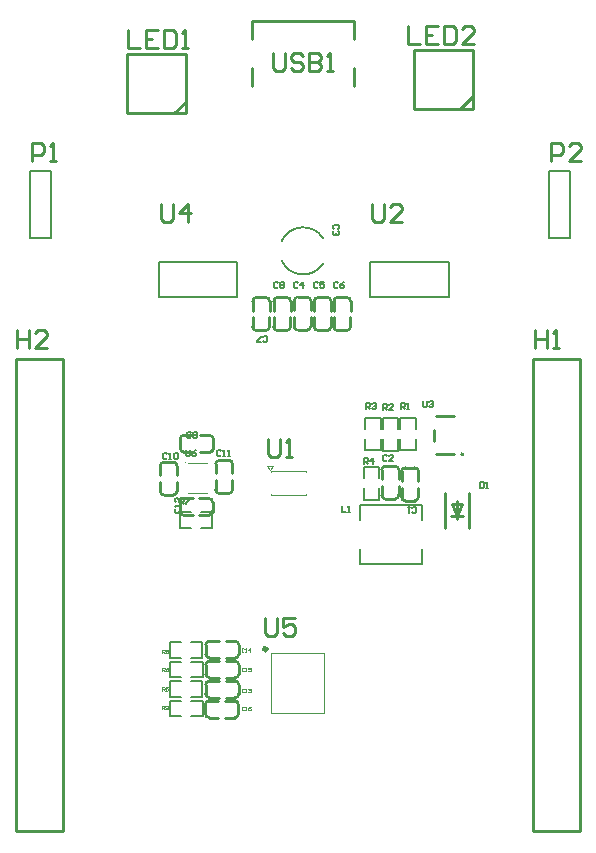
<source format=gbr>
G04*
G04 #@! TF.GenerationSoftware,Altium Limited,Altium Designer,22.4.2 (48)*
G04*
G04 Layer_Color=65535*
%FSLAX25Y25*%
%MOIN*%
G70*
G04*
G04 #@! TF.SameCoordinates,3F43F253-9996-4CA0-957E-582612897B16*
G04*
G04*
G04 #@! TF.FilePolarity,Positive*
G04*
G01*
G75*
%ADD10C,0.01575*%
%ADD11C,0.01000*%
%ADD12C,0.00787*%
%ADD13C,0.00394*%
%ADD14C,0.00600*%
%ADD15C,0.00590*%
%ADD16C,0.00197*%
%ADD17C,0.00500*%
D10*
X192734Y290808D02*
G03*
X192734Y290808I-394J0D01*
G01*
D11*
X182196Y267908D02*
G03*
X183416Y269128I0J1220D01*
G01*
Y272278D02*
G03*
X182196Y273498I-1220J0D01*
G01*
X172410Y269151D02*
G03*
X173629Y267931I1220J-0D01*
G01*
Y273520D02*
G03*
X172410Y272301I0J-1220D01*
G01*
X173723Y280154D02*
G03*
X172503Y278934I0J-1220D01*
G01*
Y275784D02*
G03*
X173723Y274564I1220J-0D01*
G01*
X183509Y278911D02*
G03*
X182289Y280131I-1220J0D01*
G01*
Y274541D02*
G03*
X183509Y275761I0J1220D01*
G01*
X173755Y293398D02*
G03*
X172535Y292178I0J-1220D01*
G01*
Y289029D02*
G03*
X173755Y287809I1220J-0D01*
G01*
X183541Y292155D02*
G03*
X182321Y293375I-1220J0D01*
G01*
Y287786D02*
G03*
X183541Y289006I0J1220D01*
G01*
X173747Y286795D02*
G03*
X172528Y285576I0J-1220D01*
G01*
Y282426D02*
G03*
X173747Y281206I1220J-0D01*
G01*
X183534Y285553D02*
G03*
X182314Y286772I-1220J0D01*
G01*
Y281183D02*
G03*
X183534Y282403I0J1220D01*
G01*
X243408Y350009D02*
G03*
X242188Y351228I-1220J0D01*
G01*
X239038D02*
G03*
X237818Y350009I-0J-1220D01*
G01*
X242165Y340223D02*
G03*
X243385Y341442I0J1220D01*
G01*
X237795D02*
G03*
X239015Y340223I1220J0D01*
G01*
X231205Y342003D02*
G03*
X232424Y340784I1220J0D01*
G01*
X235574D02*
G03*
X236794Y342003I0J1220D01*
G01*
X232447Y351789D02*
G03*
X231227Y350570I-0J-1220D01*
G01*
X236817D02*
G03*
X235597Y351789I-1220J0D01*
G01*
X193795Y406753D02*
G03*
X192576Y407972I-1220J0D01*
G01*
X189426D02*
G03*
X188206Y406753I-0J-1220D01*
G01*
X192553Y396967D02*
G03*
X193772Y398186I0J1220D01*
G01*
X188183D02*
G03*
X189403Y396967I1220J0D01*
G01*
X165019Y341008D02*
G03*
X163799Y339788I0J-1220D01*
G01*
Y336639D02*
G03*
X165019Y335419I1220J-0D01*
G01*
X174805Y339765D02*
G03*
X173585Y340985I-1220J0D01*
G01*
Y335396D02*
G03*
X174805Y336616I0J1220D01*
G01*
X181445Y352465D02*
G03*
X180225Y353685I-1220J0D01*
G01*
X177076D02*
G03*
X175856Y352465I-0J-1220D01*
G01*
X180202Y342679D02*
G03*
X181422Y343899I0J1220D01*
G01*
X175833D02*
G03*
X177053Y342679I1220J0D01*
G01*
X157354Y343338D02*
G03*
X158574Y342118I1220J0D01*
G01*
X161723D02*
G03*
X162943Y343338I0J1220D01*
G01*
X158597Y353124D02*
G03*
X157377Y351904I-0J-1220D01*
G01*
X162966D02*
G03*
X161747Y353124I-1220J0D01*
G01*
X165275Y362008D02*
G03*
X164055Y360788I0J-1220D01*
G01*
Y357639D02*
G03*
X165275Y356419I1220J-0D01*
G01*
X175061Y360765D02*
G03*
X173841Y361985I-1220J0D01*
G01*
Y356396D02*
G03*
X175061Y357616I0J1220D01*
G01*
X200795Y406753D02*
G03*
X199576Y407972I-1220J0D01*
G01*
X196426D02*
G03*
X195206Y406753I-0J-1220D01*
G01*
X199553Y396967D02*
G03*
X200773Y398186I0J1220D01*
G01*
X195183D02*
G03*
X196403Y396967I1220J0D01*
G01*
X220795Y406753D02*
G03*
X219576Y407972I-1220J0D01*
G01*
X216426D02*
G03*
X215206Y406753I-0J-1220D01*
G01*
X219553Y396967D02*
G03*
X220773Y398186I0J1220D01*
G01*
X215183D02*
G03*
X216403Y396967I1220J0D01*
G01*
X214295Y406753D02*
G03*
X213076Y407972I-1220J0D01*
G01*
X209926D02*
G03*
X208706Y406753I-0J-1220D01*
G01*
X213053Y396967D02*
G03*
X214272Y398186I0J1220D01*
G01*
X208683D02*
G03*
X209903Y396967I1220J0D01*
G01*
X201955Y398308D02*
G03*
X203174Y397089I1220J0D01*
G01*
X206324D02*
G03*
X207544Y398308I0J1220D01*
G01*
X203197Y408095D02*
G03*
X201977Y406875I-0J-1220D01*
G01*
X207567D02*
G03*
X206347Y408095I-1220J0D01*
G01*
X258288Y355722D02*
G03*
X258288Y355722I-252J0D01*
G01*
X241968Y470761D02*
X261653D01*
X241968Y490446D02*
X261653D01*
Y470761D02*
Y490446D01*
X241968Y470761D02*
Y490446D01*
X257240Y470849D02*
X261500Y475201D01*
X146350Y469567D02*
X166035D01*
X146350Y489252D02*
X166035D01*
Y469567D02*
Y489252D01*
X146350Y469567D02*
Y489252D01*
X161850Y469567D02*
X165850Y473067D01*
X222000Y478500D02*
Y484500D01*
X188000Y494000D02*
Y500000D01*
X222000D01*
Y494000D02*
Y500000D01*
X188000Y478500D02*
Y484500D01*
X281689Y230071D02*
X297437D01*
X281689D02*
Y387551D01*
X297437D01*
Y230071D02*
Y387551D01*
X173630Y267931D02*
X176779D01*
X172410Y269151D02*
Y272301D01*
X173630Y273520D02*
X176779D01*
X179046Y267908D02*
X182196D01*
X179046Y273498D02*
X182196D01*
X183416Y269128D02*
Y272278D01*
X179139Y280131D02*
X182289D01*
X183509Y275761D02*
Y278911D01*
X179139Y274541D02*
X182289D01*
X173723Y280154D02*
X176872D01*
X173723Y274564D02*
X176872D01*
X172503Y275784D02*
Y278934D01*
X254304Y334978D02*
X258304D01*
X256304D02*
X257904Y338978D01*
X254704D02*
X257904D01*
X254704D02*
X256304Y334978D01*
X260244Y331068D02*
Y342888D01*
X252364Y331068D02*
Y342888D01*
X256304Y333978D02*
Y339978D01*
X109189Y230071D02*
X124937D01*
X109189D02*
Y387551D01*
X124937D01*
Y230071D02*
Y387551D01*
X179172Y293375D02*
X182321D01*
X183541Y289006D02*
Y292155D01*
X179172Y287786D02*
X182321D01*
X173755Y293398D02*
X176904D01*
X173755Y287809D02*
X176904D01*
X172535Y289029D02*
Y292178D01*
X179164Y286772D02*
X182314D01*
X183533Y282403D02*
Y285553D01*
X179164Y281183D02*
X182314D01*
X173747Y286795D02*
X176897D01*
X173747Y281206D02*
X176897D01*
X172528Y282426D02*
Y285576D01*
X243384Y341442D02*
Y344592D01*
X239015Y340223D02*
X242165D01*
X237795Y341442D02*
Y344592D01*
X243408Y346859D02*
Y350009D01*
X237818Y346859D02*
Y350009D01*
X239038Y351228D02*
X242188D01*
X231228Y347420D02*
Y350570D01*
X232447Y351789D02*
X235597D01*
X236817Y347420D02*
Y350570D01*
X231205Y342003D02*
Y345153D01*
X236794Y342003D02*
Y345153D01*
X232424Y340784D02*
X235574D01*
X193772Y398186D02*
Y401336D01*
X189403Y396967D02*
X192553D01*
X188183Y398186D02*
Y401336D01*
X193795Y403603D02*
Y406753D01*
X188206Y403603D02*
Y406753D01*
X189426Y407972D02*
X192576D01*
X170436Y340985D02*
X173585D01*
X174805Y336616D02*
Y339765D01*
X170436Y335396D02*
X173585D01*
X165019Y341008D02*
X168168D01*
X165019Y335419D02*
X168168D01*
X163799Y336639D02*
Y339788D01*
X181422Y343899D02*
Y347049D01*
X177053Y342679D02*
X180202D01*
X175833Y343899D02*
Y347049D01*
X181445Y349316D02*
Y352466D01*
X175856Y349316D02*
Y352466D01*
X177076Y353685D02*
X180225D01*
X157377Y348755D02*
Y351904D01*
X158597Y353124D02*
X161747D01*
X162966Y348755D02*
Y351904D01*
X157354Y343338D02*
Y346487D01*
X162943Y343338D02*
Y346487D01*
X158574Y342118D02*
X161723D01*
X170692Y361985D02*
X173841D01*
X175061Y357616D02*
Y360765D01*
X170692Y356396D02*
X173841D01*
X165275Y362008D02*
X168424D01*
X165275Y356419D02*
X168424D01*
X164055Y357639D02*
Y360788D01*
X200772Y398186D02*
Y401336D01*
X196403Y396967D02*
X199553D01*
X195183Y398186D02*
Y401336D01*
X200795Y403603D02*
Y406753D01*
X195206Y403603D02*
Y406753D01*
X196426Y407972D02*
X199576D01*
X220772Y398186D02*
Y401336D01*
X216403Y396967D02*
X219553D01*
X215183Y398186D02*
Y401336D01*
X220795Y403603D02*
Y406753D01*
X215206Y403603D02*
Y406753D01*
X216426Y407972D02*
X219576D01*
X214272Y398186D02*
Y401336D01*
X209903Y396967D02*
X213053D01*
X208683Y398186D02*
Y401336D01*
X214295Y403603D02*
Y406753D01*
X208706Y403603D02*
Y406753D01*
X209926Y407972D02*
X213076D01*
X201978Y403725D02*
Y406875D01*
X203197Y408094D02*
X206347D01*
X207567Y403725D02*
Y406875D01*
X201955Y398308D02*
Y401458D01*
X207544Y398308D02*
Y401458D01*
X203174Y397089D02*
X206324D01*
X248501Y360273D02*
Y363753D01*
X249131Y368313D02*
X255430Y368312D01*
X249289Y355643D02*
X255351D01*
X240004Y498499D02*
Y492501D01*
X244002D01*
X250000Y498499D02*
X246002D01*
Y492501D01*
X250000D01*
X246002Y495500D02*
X248001D01*
X252000Y498499D02*
Y492501D01*
X254999D01*
X255998Y493501D01*
Y497499D01*
X254999Y498499D01*
X252000D01*
X261997Y492501D02*
X257998D01*
X261997Y496500D01*
Y497499D01*
X260997Y498499D01*
X258997D01*
X257998Y497499D01*
X146503Y496999D02*
Y491001D01*
X150502D01*
X156500Y496999D02*
X152501D01*
Y491001D01*
X156500D01*
X152501Y494000D02*
X154501D01*
X158499Y496999D02*
Y491001D01*
X161498D01*
X162498Y492001D01*
Y495999D01*
X161498Y496999D01*
X158499D01*
X164497Y491001D02*
X166497D01*
X165497D01*
Y496999D01*
X164497Y495999D01*
X195003Y489499D02*
Y484501D01*
X196003Y483501D01*
X198002D01*
X199002Y484501D01*
Y489499D01*
X205000Y488499D02*
X204000Y489499D01*
X202001D01*
X201001Y488499D01*
Y487500D01*
X202001Y486500D01*
X204000D01*
X205000Y485500D01*
Y484501D01*
X204000Y483501D01*
X202001D01*
X201001Y484501D01*
X206999Y489499D02*
Y483501D01*
X209998D01*
X210998Y484501D01*
Y485500D01*
X209998Y486500D01*
X206999D01*
X209998D01*
X210998Y487500D01*
Y488499D01*
X209998Y489499D01*
X206999D01*
X212997Y483501D02*
X214997D01*
X213997D01*
Y489499D01*
X212997Y488499D01*
X282200Y397098D02*
Y391100D01*
Y394099D01*
X286199D01*
Y397098D01*
Y391100D01*
X288198D02*
X290197D01*
X289198D01*
Y397098D01*
X288198Y396098D01*
X192200Y300998D02*
Y296000D01*
X193200Y295000D01*
X195199D01*
X196199Y296000D01*
Y300998D01*
X202197D02*
X198198D01*
Y297999D01*
X200197Y298999D01*
X201197D01*
X202197Y297999D01*
Y296000D01*
X201197Y295000D01*
X199198D01*
X198198Y296000D01*
X109700Y397098D02*
Y391100D01*
Y394099D01*
X113699D01*
Y397098D01*
Y391100D01*
X119697D02*
X115698D01*
X119697Y395099D01*
Y396098D01*
X118697Y397098D01*
X116698D01*
X115698Y396098D01*
X157600Y438998D02*
Y434000D01*
X158600Y433000D01*
X160599D01*
X161599Y434000D01*
Y438998D01*
X166597Y433000D02*
Y438998D01*
X163598Y435999D01*
X167597D01*
X228100Y438998D02*
Y434000D01*
X229100Y433000D01*
X231099D01*
X232099Y434000D01*
Y438998D01*
X238097Y433000D02*
X234098D01*
X238097Y436999D01*
Y437998D01*
X237097Y438998D01*
X235098D01*
X234098Y437998D01*
X193200Y360698D02*
Y355700D01*
X194200Y354700D01*
X196199D01*
X197199Y355700D01*
Y360698D01*
X199198Y354700D02*
X201197D01*
X200198D01*
Y360698D01*
X199198Y359698D01*
X287600Y453400D02*
Y459398D01*
X290599D01*
X291599Y458398D01*
Y456399D01*
X290599Y455399D01*
X287600D01*
X297597Y453400D02*
X293598D01*
X297597Y457399D01*
Y458398D01*
X296597Y459398D01*
X294598D01*
X293598Y458398D01*
X114600Y453400D02*
Y459398D01*
X117599D01*
X118599Y458398D01*
Y456399D01*
X117599Y455399D01*
X114600D01*
X120598Y453400D02*
X122597D01*
X121598D01*
Y459398D01*
X120598Y458398D01*
D12*
X211640Y427732D02*
G03*
X197839Y426774I-6640J-4232D01*
G01*
Y420226D02*
G03*
X211640Y419268I7161J3274D01*
G01*
X121043Y427957D02*
Y450043D01*
X113957Y427957D02*
X121043D01*
X113957D02*
Y450043D01*
X121043D01*
X294043Y427957D02*
Y450043D01*
X286957Y427957D02*
X294043D01*
X286957D02*
Y450043D01*
X294043D01*
D13*
X165880Y352896D02*
G03*
X165880Y352896I-197J0D01*
G01*
X194126Y289311D02*
X194126Y269626D01*
X194126Y289311D02*
X211842Y289311D01*
X211842Y269626D01*
X194126Y269626D02*
X211842Y269626D01*
X166500Y342791D02*
X172799D01*
X166500Y352634D02*
X172799D01*
D14*
X167606Y287941D02*
X171381D01*
Y293143D01*
X167606D02*
X171381D01*
X160475Y287941D02*
X164250D01*
X160475D02*
Y293143D01*
X164250D01*
X167678Y281399D02*
X171453D01*
Y286601D01*
X167678D02*
X171453D01*
X160547Y281399D02*
X164322D01*
X160547D02*
Y286601D01*
X164322D01*
X167644Y274848D02*
X171419D01*
Y280049D01*
X167644D02*
X171419D01*
X160513Y274848D02*
X164288D01*
X160513D02*
Y280049D01*
X164288D01*
X167678Y268399D02*
X171453D01*
Y273601D01*
X167678D02*
X171453D01*
X160547Y268399D02*
X164322D01*
X160547D02*
Y273601D01*
X164322D01*
X231505Y356923D02*
Y360698D01*
Y356923D02*
X236706D01*
Y360698D01*
X231505Y364054D02*
Y367829D01*
X236706D01*
Y364054D02*
Y367829D01*
X225203Y340559D02*
Y344334D01*
Y340559D02*
X230405D01*
Y344334D01*
X225203Y347690D02*
Y351465D01*
X230405D01*
Y347690D02*
Y351465D01*
X163819Y336313D02*
X167594D01*
X163819Y331112D02*
Y336313D01*
Y331112D02*
X167594D01*
X170950Y336313D02*
X174725D01*
Y331112D02*
Y336313D01*
X170950Y331112D02*
X174725D01*
X230905Y364156D02*
Y367931D01*
X225703D02*
X230905D01*
X225703Y364156D02*
Y367931D01*
X230905Y357025D02*
Y360800D01*
X225703Y357025D02*
X230905D01*
X225703D02*
Y360800D01*
X237306Y356991D02*
Y360766D01*
Y356991D02*
X242508D01*
Y360766D01*
X237306Y364122D02*
Y367897D01*
X242508D01*
Y364122D02*
Y367897D01*
X227405Y419687D02*
X253595D01*
Y408101D02*
Y419687D01*
X227405Y408101D02*
X253595D01*
X227405D02*
Y419687D01*
X156905D02*
X183095D01*
Y408101D02*
Y419687D01*
X156905Y408101D02*
X183095D01*
X156905D02*
Y419687D01*
D15*
X224064Y319138D02*
Y324018D01*
Y319138D02*
X244544D01*
Y324018D01*
X224064Y333938D02*
Y338818D01*
X244544D01*
Y333938D02*
Y338818D01*
D16*
X194150Y350256D02*
X205961D01*
X194150Y341989D02*
X205961D01*
X194032Y350571D02*
Y350571D01*
X192969Y351634D02*
X194032Y350571D01*
Y350571D02*
X195095Y351634D01*
X192969D02*
X195095D01*
X194150Y349705D02*
Y350256D01*
Y341989D02*
Y342461D01*
X205961Y349666D02*
Y350256D01*
Y341989D02*
Y342540D01*
X185311Y271394D02*
X185115Y271590D01*
X184721D01*
X184524Y271394D01*
Y270606D01*
X184721Y270410D01*
X185115D01*
X185311Y270606D01*
X185705Y270410D02*
X186098D01*
X185902D01*
Y271590D01*
X185705Y271394D01*
X187476Y271590D02*
X187082Y271394D01*
X186689Y271000D01*
Y270606D01*
X186885Y270410D01*
X187279D01*
X187476Y270606D01*
Y270803D01*
X187279Y271000D01*
X186689D01*
X185311Y277394D02*
X185115Y277590D01*
X184721D01*
X184524Y277394D01*
Y276606D01*
X184721Y276410D01*
X185115D01*
X185311Y276606D01*
X185705Y276410D02*
X186098D01*
X185902D01*
Y277590D01*
X185705Y277394D01*
X186689D02*
X186885Y277590D01*
X187279D01*
X187476Y277394D01*
Y277197D01*
X187279Y277000D01*
X187082D01*
X187279D01*
X187476Y276803D01*
Y276606D01*
X187279Y276410D01*
X186885D01*
X186689Y276606D01*
X158016Y289410D02*
Y290590D01*
X158606D01*
X158803Y290394D01*
Y290000D01*
X158606Y289803D01*
X158016D01*
X158410D02*
X158803Y289410D01*
X159197Y290394D02*
X159394Y290590D01*
X159787D01*
X159984Y290394D01*
Y290197D01*
X159787Y290000D01*
X159984Y289803D01*
Y289606D01*
X159787Y289410D01*
X159394D01*
X159197Y289606D01*
Y289803D01*
X159394Y290000D01*
X159197Y290197D01*
Y290394D01*
X159394Y290000D02*
X159787D01*
X158016Y283410D02*
Y284590D01*
X158606D01*
X158803Y284394D01*
Y284000D01*
X158606Y283803D01*
X158016D01*
X158410D02*
X158803Y283410D01*
X159984Y284590D02*
X159590Y284394D01*
X159197Y284000D01*
Y283606D01*
X159394Y283410D01*
X159787D01*
X159984Y283606D01*
Y283803D01*
X159787Y284000D01*
X159197D01*
X158009Y276922D02*
Y278103D01*
X158599D01*
X158796Y277906D01*
Y277512D01*
X158599Y277315D01*
X158009D01*
X158402D02*
X158796Y276922D01*
X159977Y278103D02*
X159190D01*
Y277512D01*
X159583Y277709D01*
X159780D01*
X159977Y277512D01*
Y277119D01*
X159780Y276922D01*
X159386D01*
X159190Y277119D01*
X157896Y270703D02*
Y271884D01*
X158487D01*
X158684Y271687D01*
Y271294D01*
X158487Y271097D01*
X157896D01*
X158290D02*
X158684Y270703D01*
X159077Y270900D02*
X159274Y270703D01*
X159668D01*
X159864Y270900D01*
Y271687D01*
X159668Y271884D01*
X159274D01*
X159077Y271687D01*
Y271491D01*
X159274Y271294D01*
X159864D01*
X185239Y290793D02*
X185042Y290989D01*
X184648D01*
X184452Y290793D01*
Y290005D01*
X184648Y289809D01*
X185042D01*
X185239Y290005D01*
X185632Y289809D02*
X186026D01*
X185829D01*
Y290989D01*
X185632Y290793D01*
X187207Y289809D02*
Y290989D01*
X186616Y290399D01*
X187403D01*
X185311Y284394D02*
X185115Y284590D01*
X184721D01*
X184524Y284394D01*
Y283606D01*
X184721Y283410D01*
X185115D01*
X185311Y283606D01*
X185705Y283410D02*
X186098D01*
X185902D01*
Y284590D01*
X185705Y284394D01*
X187476Y284590D02*
X186689D01*
Y284000D01*
X187082Y284197D01*
X187279D01*
X187476Y284000D01*
Y283606D01*
X187279Y283410D01*
X186885D01*
X186689Y283606D01*
D17*
X263971Y346478D02*
Y344478D01*
X264971D01*
X265304Y344812D01*
Y346145D01*
X264971Y346478D01*
X263971D01*
X265970Y344478D02*
X266637D01*
X266303D01*
Y346478D01*
X265970Y346145D01*
X241420Y336368D02*
X241754Y336034D01*
X242420D01*
X242753Y336368D01*
Y337700D01*
X242420Y338034D01*
X241754D01*
X241420Y337700D01*
X240754Y338034D02*
X240088D01*
X240421D01*
Y336034D01*
X240754Y336368D01*
X232971Y355145D02*
X232637Y355478D01*
X231971D01*
X231638Y355145D01*
Y353812D01*
X231971Y353478D01*
X232637D01*
X232971Y353812D01*
X234970Y353478D02*
X233637D01*
X234970Y354811D01*
Y355145D01*
X234637Y355478D01*
X233970D01*
X233637Y355145D01*
X231700Y370600D02*
Y372599D01*
X232700D01*
X233033Y372266D01*
Y371600D01*
X232700Y371266D01*
X231700D01*
X232366D02*
X233033Y370600D01*
X235032D02*
X233699D01*
X235032Y371933D01*
Y372266D01*
X234699Y372599D01*
X234033D01*
X233699Y372266D01*
X225138Y352478D02*
Y354478D01*
X226137D01*
X226471Y354145D01*
Y353478D01*
X226137Y353145D01*
X225138D01*
X225804D02*
X226471Y352478D01*
X228137D02*
Y354478D01*
X227137Y353478D01*
X228470D01*
X217971Y338478D02*
Y336478D01*
X219304D01*
X219970D02*
X220637D01*
X220304D01*
Y338478D01*
X219970Y338144D01*
X191458Y393394D02*
X191791Y393061D01*
X192458D01*
X192791Y393394D01*
Y394727D01*
X192458Y395061D01*
X191791D01*
X191458Y394727D01*
X190792Y393061D02*
X189459D01*
Y393394D01*
X190792Y394727D01*
Y395061D01*
X216667Y430833D02*
X217000Y431166D01*
Y431833D01*
X216667Y432166D01*
X215334D01*
X215000Y431833D01*
Y431166D01*
X215334Y430833D01*
X216667Y430167D02*
X217000Y429834D01*
Y429167D01*
X216667Y428834D01*
X216333D01*
X216000Y429167D01*
Y429500D01*
Y429167D01*
X215667Y428834D01*
X215334D01*
X215000Y429167D01*
Y429834D01*
X215334Y430167D01*
X162727Y337546D02*
X162394Y337213D01*
Y336547D01*
X162727Y336213D01*
X164060D01*
X164393Y336547D01*
Y337213D01*
X164060Y337546D01*
X164393Y338213D02*
Y338879D01*
Y338546D01*
X162394D01*
X162727Y338213D01*
X164393Y341212D02*
Y339879D01*
X163060Y341212D01*
X162727D01*
X162394Y340879D01*
Y340212D01*
X162727Y339879D01*
X167572Y362879D02*
X167239Y363212D01*
X166573D01*
X166239Y362879D01*
Y361546D01*
X166573Y361213D01*
X167239D01*
X167572Y361546D01*
X168239D02*
X168572Y361213D01*
X169238D01*
X169572Y361546D01*
Y362879D01*
X169238Y363212D01*
X168572D01*
X168239Y362879D01*
Y362546D01*
X168572Y362213D01*
X169572D01*
X177667Y356666D02*
X177334Y357000D01*
X176667D01*
X176334Y356666D01*
Y355334D01*
X176667Y355000D01*
X177334D01*
X177667Y355334D01*
X178333Y355000D02*
X179000D01*
X178667D01*
Y357000D01*
X178333Y356666D01*
X179999Y355000D02*
X180666D01*
X180333D01*
Y357000D01*
X179999Y356666D01*
X165983Y357212D02*
Y355546D01*
X166317Y355213D01*
X166983D01*
X167316Y355546D01*
Y357212D01*
X169316D02*
X168649Y356879D01*
X167983Y356213D01*
Y355546D01*
X168316Y355213D01*
X168983D01*
X169316Y355546D01*
Y355879D01*
X168983Y356213D01*
X167983D01*
X159483Y355757D02*
X159150Y356090D01*
X158484D01*
X158150Y355757D01*
Y354424D01*
X158484Y354091D01*
X159150D01*
X159483Y354424D01*
X160150Y354091D02*
X160816D01*
X160483D01*
Y356090D01*
X160150Y355757D01*
X161816D02*
X162149Y356090D01*
X162816D01*
X163149Y355757D01*
Y354424D01*
X162816Y354091D01*
X162149D01*
X161816Y354424D01*
Y355757D01*
X245100Y373299D02*
Y371633D01*
X245433Y371300D01*
X246100D01*
X246433Y371633D01*
Y373299D01*
X247099Y372966D02*
X247433Y373299D01*
X248099D01*
X248432Y372966D01*
Y372633D01*
X248099Y372300D01*
X247766D01*
X248099D01*
X248432Y371966D01*
Y371633D01*
X248099Y371300D01*
X247433D01*
X247099Y371633D01*
X164000Y339100D02*
Y341099D01*
X165000D01*
X165333Y340766D01*
Y340100D01*
X165000Y339766D01*
X164000D01*
X164666D02*
X165333Y339100D01*
X165999Y341099D02*
X167332D01*
Y340766D01*
X165999Y339433D01*
Y339100D01*
X225900Y370700D02*
Y372699D01*
X226900D01*
X227233Y372366D01*
Y371700D01*
X226900Y371366D01*
X225900D01*
X226566D02*
X227233Y370700D01*
X227899Y372366D02*
X228233Y372699D01*
X228899D01*
X229232Y372366D01*
Y372033D01*
X228899Y371700D01*
X228566D01*
X228899D01*
X229232Y371366D01*
Y371033D01*
X228899Y370700D01*
X228233D01*
X227899Y371033D01*
X237500Y370700D02*
Y372699D01*
X238500D01*
X238833Y372366D01*
Y371700D01*
X238500Y371366D01*
X237500D01*
X238166D02*
X238833Y370700D01*
X239499D02*
X240166D01*
X239833D01*
Y372699D01*
X239499Y372366D01*
X196533Y412666D02*
X196200Y412999D01*
X195533D01*
X195200Y412666D01*
Y411333D01*
X195533Y411000D01*
X196200D01*
X196533Y411333D01*
X197199Y412666D02*
X197533Y412999D01*
X198199D01*
X198532Y412666D01*
Y412333D01*
X198199Y412000D01*
X198532Y411666D01*
Y411333D01*
X198199Y411000D01*
X197533D01*
X197199Y411333D01*
Y411666D01*
X197533Y412000D01*
X197199Y412333D01*
Y412666D01*
X197533Y412000D02*
X198199D01*
X216533Y412666D02*
X216200Y412999D01*
X215533D01*
X215200Y412666D01*
Y411333D01*
X215533Y411000D01*
X216200D01*
X216533Y411333D01*
X218532Y412999D02*
X217866Y412666D01*
X217199Y412000D01*
Y411333D01*
X217533Y411000D01*
X218199D01*
X218532Y411333D01*
Y411666D01*
X218199Y412000D01*
X217199D01*
X210033Y412666D02*
X209700Y412999D01*
X209033D01*
X208700Y412666D01*
Y411333D01*
X209033Y411000D01*
X209700D01*
X210033Y411333D01*
X212032Y412999D02*
X210699D01*
Y412000D01*
X211366Y412333D01*
X211699D01*
X212032Y412000D01*
Y411333D01*
X211699Y411000D01*
X211033D01*
X210699Y411333D01*
X203283Y412727D02*
X202950Y413060D01*
X202283D01*
X201950Y412727D01*
Y411394D01*
X202283Y411061D01*
X202950D01*
X203283Y411394D01*
X204949Y411061D02*
Y413060D01*
X203949Y412061D01*
X205282D01*
M02*

</source>
